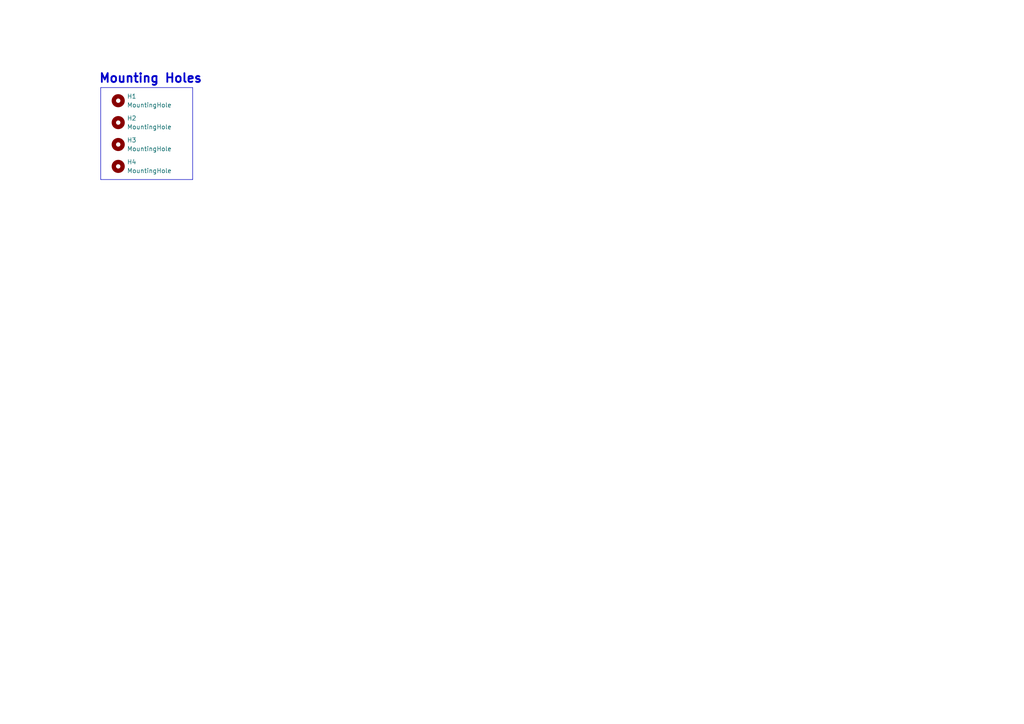
<source format=kicad_sch>
(kicad_sch (version 20250114) (generator "eeschema") (generator_version "9.0")
  (paper "A4")
  (lib_symbols
    (symbol "Mechanical:MountingHole" (pin_names (offset 1.016)) (exclude_from_sim yes) (in_bom no)
      (property "Reference" "H" (at 0 5.08 0))
      (property "Value" "MountingHole" (at 0 3.175 0))
      (symbol "MountingHole_0_1"
        (circle (center 0 0) (radius 1.27) (stroke (width 1.27)))
      )
    )
  )
  (text "Mounting Holes\n" (at 43.688 22.86 0) (effects (font (size 2.54 2.54) (thickness 0.508) (bold yes))))
  (polyline (pts (xy 55.88 25.4) (xy 55.88 52.07)))
  (polyline (pts (xy 29.21 25.4) (xy 29.21 52.07)))
  (polyline (pts (xy 29.21 25.4) (xy 55.88 25.4)))
  (polyline (pts (xy 55.88 52.07) (xy 29.21 52.07)))
  (symbol (lib_id "Mechanical:MountingHole") (at 34.29 41.91 0) (unit 1) (exclude_from_sim yes) (in_bom no)
    (property "Reference" "H3" (at 36.83 40.6399 0) (effects (justify left)))
    (property "Value" "MountingHole" (at 36.83 43.1799 0) (effects (justify left)))
    (property "Footprint" "MountingHole:MountingHole_2.2mm_M2" (effects (hide yes)))
    (property "Description" "Mounting Hole without connection" (effects (hide yes)))
  )
  (symbol (lib_id "Mechanical:MountingHole") (at 34.29 35.56 0) (unit 1) (exclude_from_sim yes) (in_bom no)
    (property "Reference" "H2" (at 36.83 34.2899 0) (effects (justify left)))
    (property "Value" "MountingHole" (at 36.83 36.8299 0) (effects (justify left)))
    (property "Footprint" "MountingHole:MountingHole_2.2mm_M2" (effects (hide yes)))
    (property "Description" "Mounting Hole without connection" (effects (hide yes)))
  )
  (symbol (lib_id "Mechanical:MountingHole") (at 34.29 48.26 0) (unit 1) (exclude_from_sim yes) (in_bom no)
    (property "Reference" "H4" (at 36.83 46.9899 0) (effects (justify left)))
    (property "Value" "MountingHole" (at 36.83 49.5299 0) (effects (justify left)))
    (property "Footprint" "MountingHole:MountingHole_2.2mm_M2" (effects (hide yes)))
    (property "Description" "Mounting Hole without connection" (effects (hide yes)))
  )
  (symbol (lib_id "Mechanical:MountingHole") (at 34.29 29.21 0) (unit 1) (exclude_from_sim yes) (in_bom no)
    (property "Reference" "H1" (at 36.83 27.9399 0) (effects (justify left)))
    (property "Value" "MountingHole" (at 36.83 30.4799 0) (effects (justify left)))
    (property "Footprint" "MountingHole:MountingHole_2.2mm_M2" (effects (hide yes)))
    (property "Description" "Mounting Hole without connection" (effects (hide yes)))
  )
)
</source>
